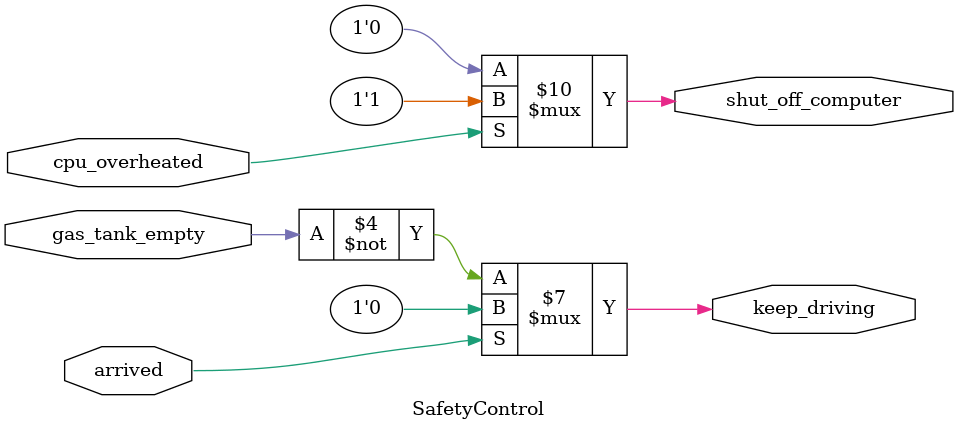
<source format=sv>
module SafetyControl (
    input logic cpu_overheated,    // 1-bit input, active-high, indicating CPU temperature is above safe limits
    input logic arrived,           // 1-bit input, active-high, indicating vehicle has reached its destination
    input logic gas_tank_empty,    // 1-bit input, active-high, indicating the gas tank is empty
    output logic shut_off_computer, // 1-bit output, active-high, controls the computer shutdown state
    output logic keep_driving       // 1-bit output, active-high, controls whether to keep driving
);

    // Initial states
    initial begin
        shut_off_computer = 0;
        keep_driving = 0;
    end

    // Combinational logic for determining the shutdown state of the computer
    always @(*) begin
        // If the CPU is overheated, the computer should be shut down
        if (cpu_overheated) begin
            shut_off_computer = 1;
        end else begin
            shut_off_computer = 0; // Explicit deassertion when the condition is not met
        end
    end

    // Combinational logic for determining the driving state
    always @(*) begin
        // If the vehicle has not arrived, keep driving unless the gas tank is empty
        if (~arrived) begin
            keep_driving = ~gas_tank_empty;
        end else begin
            keep_driving = 0; // Stop driving upon arrival
        end
    end

endmodule
</source>
